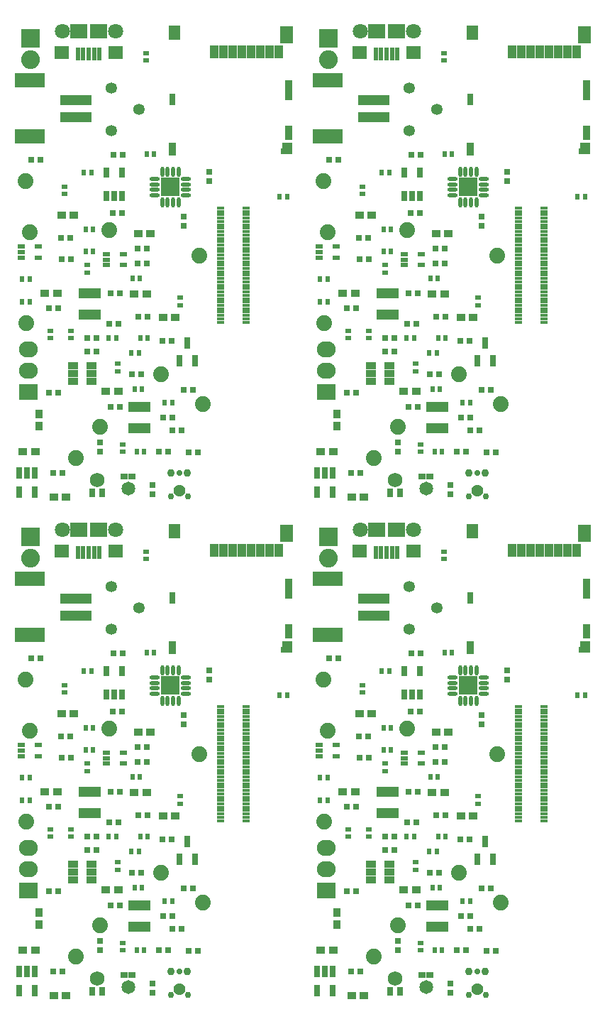
<source format=gbr>
G04 #@! TF.FileFunction,Soldermask,Top*
%FSLAX46Y46*%
G04 Gerber Fmt 4.6, Leading zero omitted, Abs format (unit mm)*
G04 Created by KiCad (PCBNEW 0.201602161416+6560~42~ubuntu15.10.1-product) date Wed 17 Feb 2016 03:47:36 PM EST*
%MOMM*%
G01*
G04 APERTURE LIST*
%ADD10C,0.100000*%
%ADD11O,1.203200X0.503200*%
%ADD12O,0.503200X1.203200*%
%ADD13R,2.303200X2.303200*%
%ADD14R,0.863600X0.609600*%
%ADD15C,1.883200*%
%ADD16R,0.803200X1.003200*%
%ADD17C,1.753200*%
%ADD18R,0.903200X0.403200*%
%ADD19R,0.853200X0.748200*%
%ADD20C,1.653200*%
%ADD21C,0.926200*%
%ADD22C,0.765200*%
%ADD23C,0.715200*%
%ADD24C,1.427200*%
%ADD25R,1.263200X0.853200*%
%ADD26R,0.953200X1.003200*%
%ADD27R,0.683200X1.193200*%
%ADD28R,0.603200X0.803200*%
%ADD29R,0.803200X0.603200*%
%ADD30R,1.003200X0.953200*%
%ADD31R,0.803200X0.703200*%
%ADD32R,2.103200X1.803200*%
%ADD33R,1.803200X1.603200*%
%ADD34R,0.603200X1.553200*%
%ADD35C,1.803200*%
%ADD36R,0.703200X0.803200*%
%ADD37R,2.235200X2.235200*%
%ADD38O,2.235200X2.235200*%
%ADD39R,1.003200X1.603200*%
%ADD40R,1.553200X2.003200*%
%ADD41R,1.363200X1.703200*%
%ADD42R,0.853200X2.343200*%
%ADD43R,0.803200X1.353200*%
%ADD44R,0.853200X1.803200*%
%ADD45R,0.853200X1.503200*%
%ADD46R,1.303200X0.653200*%
%ADD47R,1.353200X0.653200*%
%ADD48R,3.599180X1.701800*%
%ADD49R,3.700780X1.198880*%
%ADD50C,1.353200*%
%ADD51R,0.703200X1.403200*%
%ADD52R,0.803200X1.453200*%
%ADD53R,0.803200X1.303200*%
%ADD54R,2.235200X1.930400*%
%ADD55O,2.235200X1.930400*%
G04 APERTURE END LIST*
D10*
D11*
X69510400Y-92918800D03*
X69510400Y-92268800D03*
X69510400Y-91618800D03*
X69510400Y-90968800D03*
D12*
X68635400Y-90093800D03*
D11*
X65810400Y-92918800D03*
D12*
X68635400Y-93793800D03*
X67985400Y-90093800D03*
X67335400Y-90093800D03*
X66685400Y-90093800D03*
D11*
X65810400Y-92268800D03*
X65810400Y-91618800D03*
X65810400Y-90968800D03*
D12*
X67985400Y-93793800D03*
X67335400Y-93793800D03*
X66685400Y-93793800D03*
D13*
X67660400Y-91943800D03*
D14*
X60020200Y-99923600D03*
X60020200Y-101244400D03*
X60020200Y-100584000D03*
X62052200Y-101244400D03*
X62052200Y-99923600D03*
X49860200Y-99034600D03*
X49860200Y-100355400D03*
X49860200Y-99695000D03*
X51892200Y-100355400D03*
X51892200Y-99034600D03*
D15*
X50368200Y-91186000D03*
D16*
X58293000Y-128393000D03*
X59513000Y-128393000D03*
D17*
X58903000Y-126873000D03*
D18*
X76708000Y-108044000D03*
X73628000Y-108044000D03*
X76708000Y-107644000D03*
X73628000Y-107644000D03*
X76708000Y-107244000D03*
X73628000Y-107244000D03*
X76708000Y-106844000D03*
X73628000Y-106844000D03*
X76708000Y-106444000D03*
X73628000Y-106444000D03*
X76708000Y-106044000D03*
X73628000Y-106044000D03*
X76708000Y-105644000D03*
X73628000Y-105644000D03*
X76708000Y-105244000D03*
X73628000Y-105244000D03*
X76708000Y-104844000D03*
X73628000Y-104844000D03*
X76708000Y-104444000D03*
X73628000Y-104444000D03*
X76708000Y-104044000D03*
X73628000Y-104044000D03*
X76708000Y-103644000D03*
X73628000Y-103644000D03*
X76708000Y-103244000D03*
X73628000Y-103244000D03*
X76708000Y-102844000D03*
X73628000Y-102844000D03*
X76708000Y-102444000D03*
X73628000Y-102444000D03*
X76708000Y-102044000D03*
X73628000Y-102044000D03*
X76708000Y-101644000D03*
X73628000Y-101644000D03*
X76708000Y-101244000D03*
X73628000Y-101244000D03*
X76708000Y-100844000D03*
X73628000Y-100844000D03*
X76708000Y-100444000D03*
X73628000Y-100444000D03*
X76708000Y-100044000D03*
X73628000Y-100044000D03*
X76708000Y-99644000D03*
X73628000Y-99644000D03*
X76708000Y-99244000D03*
X73628000Y-99244000D03*
X76708000Y-98844000D03*
X73628000Y-98844000D03*
X76708000Y-98444000D03*
X73628000Y-98444000D03*
X76708000Y-98044000D03*
X73628000Y-98044000D03*
X76708000Y-97644000D03*
X73628000Y-97644000D03*
X76708000Y-97244000D03*
X73628000Y-97244000D03*
X76708000Y-96844000D03*
X73628000Y-96844000D03*
X76708000Y-96444000D03*
X73628000Y-96444000D03*
X76708000Y-96044000D03*
X73628000Y-96044000D03*
X76708000Y-95644000D03*
X73628000Y-95644000D03*
X76708000Y-95244000D03*
X73628000Y-95244000D03*
X76708000Y-94844000D03*
X73628000Y-94844000D03*
X76708000Y-94444000D03*
X73628000Y-94444000D03*
D19*
X62136000Y-126411500D03*
X63086000Y-126411500D03*
D20*
X62611000Y-127889000D03*
D21*
X67741000Y-126040000D03*
D22*
X67692000Y-128777000D03*
X69722000Y-128777000D03*
D21*
X69673000Y-126040000D03*
D23*
X68707000Y-126040000D03*
D24*
X68707000Y-128143000D03*
D25*
X58224600Y-115123000D03*
X58224600Y-114173000D03*
X58224600Y-113223000D03*
X56024600Y-113223000D03*
X56024600Y-115123000D03*
X56024600Y-114173000D03*
D26*
X51943000Y-118960200D03*
X51943000Y-120460200D03*
D15*
X60375800Y-97104200D03*
X50419000Y-108178600D03*
D27*
X57084200Y-107161800D03*
X57734200Y-107161800D03*
X58384200Y-107161800D03*
X59034200Y-107161800D03*
X59034200Y-104571800D03*
X58384200Y-104571800D03*
X57734200Y-104571800D03*
X57084200Y-104571800D03*
D28*
X57538200Y-99593400D03*
X58438200Y-99593400D03*
X50869000Y-102946200D03*
X49969000Y-102946200D03*
X58438200Y-97002600D03*
X57538200Y-97002600D03*
X49969000Y-105638600D03*
X50869000Y-105638600D03*
D29*
X57734200Y-101219000D03*
X57734200Y-102119000D03*
X53314600Y-109049400D03*
X53314600Y-109949400D03*
D30*
X63791400Y-97459800D03*
X65291400Y-97459800D03*
D31*
X63737400Y-99288600D03*
X64837400Y-99288600D03*
X63737400Y-101066600D03*
X64837400Y-101066600D03*
D30*
X63334200Y-104724200D03*
X64834200Y-104724200D03*
D31*
X64888200Y-107365800D03*
X63788200Y-107365800D03*
X60486200Y-104571800D03*
X61586200Y-104571800D03*
X54271000Y-106400600D03*
X53171000Y-106400600D03*
D30*
X54166200Y-104622600D03*
X52666200Y-104622600D03*
D32*
X59112000Y-73398000D03*
X56712000Y-73398000D03*
D33*
X61112000Y-75898000D03*
X54712000Y-75898000D03*
D34*
X59212000Y-76073000D03*
X58562000Y-76073000D03*
X57912000Y-76073000D03*
X57262000Y-76073000D03*
X56612000Y-76073000D03*
D35*
X61087000Y-73398000D03*
X54737000Y-73398000D03*
D36*
X69215000Y-95462000D03*
X69215000Y-96562000D03*
X72263000Y-91228000D03*
X72263000Y-90128000D03*
D28*
X63873800Y-111734600D03*
X62973800Y-111734600D03*
D37*
X50977800Y-74193400D03*
D38*
X50977800Y-76733400D03*
D28*
X80703000Y-93091000D03*
X81603000Y-93091000D03*
D29*
X64770000Y-76846000D03*
X64770000Y-75946000D03*
D28*
X64828000Y-88011000D03*
X65728000Y-88011000D03*
D39*
X80600000Y-75819000D03*
X79500000Y-75819000D03*
X78400000Y-75819000D03*
X77300000Y-75819000D03*
X76200000Y-75819000D03*
X75100000Y-75819000D03*
X74000000Y-75819000D03*
X72900000Y-75819000D03*
D40*
X81490000Y-73769000D03*
D41*
X68170000Y-73519000D03*
D42*
X81815000Y-80399000D03*
D43*
X67890000Y-81494000D03*
D44*
X81815000Y-85479000D03*
D45*
X67915000Y-87419000D03*
D46*
X81590000Y-86984000D03*
D47*
X81565000Y-87644000D03*
D48*
X50838100Y-79220060D03*
D49*
X56388000Y-81569560D03*
X56388000Y-83566000D03*
D48*
X50838100Y-85915500D03*
D50*
X63880000Y-82677000D03*
X60580000Y-85177000D03*
X60580000Y-80177000D03*
D29*
X68834000Y-105112400D03*
X68834000Y-106012400D03*
D51*
X51496000Y-125984000D03*
X50546000Y-125984000D03*
X49596000Y-125984000D03*
X49596000Y-128334000D03*
X51496000Y-128334000D03*
D15*
X71551800Y-117779800D03*
X56362600Y-124282200D03*
X59258200Y-120523000D03*
X66573400Y-114223800D03*
X50876200Y-97307400D03*
X71094600Y-100101400D03*
D52*
X68712000Y-112649000D03*
X70612000Y-112649000D03*
X69662000Y-110499000D03*
D27*
X62987400Y-120725400D03*
X63637400Y-120725400D03*
X64287400Y-120725400D03*
X64937400Y-120725400D03*
X64937400Y-118135400D03*
X64287400Y-118135400D03*
X63637400Y-118135400D03*
X62987400Y-118135400D03*
D53*
X59984600Y-93040200D03*
X60934600Y-93040200D03*
X61884600Y-93040200D03*
X61884600Y-90240200D03*
X59984600Y-90240200D03*
D28*
X64940600Y-109956600D03*
X64040600Y-109956600D03*
X64019000Y-102793800D03*
X63119000Y-102793800D03*
X66987000Y-117627400D03*
X67887000Y-117627400D03*
X63380200Y-116052600D03*
X64280200Y-116052600D03*
X64534200Y-123469400D03*
X63634200Y-123469400D03*
D29*
X55803800Y-109949400D03*
X55803800Y-109049400D03*
X61950600Y-123513000D03*
X61950600Y-122613000D03*
D28*
X60288600Y-109956600D03*
X61188600Y-109956600D03*
D29*
X61341000Y-113911800D03*
X61341000Y-113011800D03*
D28*
X58235000Y-90170000D03*
X57335000Y-90170000D03*
D29*
X55041800Y-92779000D03*
X55041800Y-91879000D03*
D31*
X51012000Y-88646000D03*
X52112000Y-88646000D03*
D30*
X53733000Y-128905000D03*
X55233000Y-128905000D03*
D31*
X67783800Y-110261400D03*
X66683800Y-110261400D03*
D30*
X51550000Y-123444000D03*
X50050000Y-123444000D03*
D31*
X54779000Y-125984000D03*
X53679000Y-125984000D03*
D30*
X68249800Y-107518200D03*
X66749800Y-107518200D03*
D36*
X65532000Y-127466000D03*
X65532000Y-128566000D03*
D31*
X60333800Y-108280200D03*
X61433800Y-108280200D03*
X66785400Y-119456200D03*
X67885400Y-119456200D03*
X57692200Y-109956600D03*
X58792200Y-109956600D03*
D36*
X59258200Y-122411400D03*
X59258200Y-123511400D03*
D31*
X57701000Y-111531400D03*
X58801000Y-111531400D03*
X64177000Y-114274600D03*
X63077000Y-114274600D03*
X69274600Y-116103400D03*
X70374600Y-116103400D03*
X61586200Y-118135400D03*
X60486200Y-118135400D03*
D30*
X54647400Y-95275400D03*
X56147400Y-95275400D03*
X61469400Y-116306600D03*
X59969400Y-116306600D03*
D31*
X54220200Y-116459000D03*
X53120200Y-116459000D03*
X54644200Y-100507800D03*
X55744200Y-100507800D03*
X66277400Y-123469400D03*
X67377400Y-123469400D03*
X61891000Y-94996000D03*
X60791000Y-94996000D03*
X62001400Y-88112600D03*
X60901400Y-88112600D03*
X70908000Y-123571000D03*
X69808000Y-123571000D03*
X67903000Y-120980200D03*
X69003000Y-120980200D03*
D54*
X50673000Y-116357400D03*
D55*
X50673000Y-113817400D03*
X50673000Y-111277400D03*
D31*
X54593400Y-98018600D03*
X55693400Y-98018600D03*
D11*
X69510400Y-33482800D03*
X69510400Y-32832800D03*
X69510400Y-32182800D03*
X69510400Y-31532800D03*
D12*
X68635400Y-30657800D03*
D11*
X65810400Y-33482800D03*
D12*
X68635400Y-34357800D03*
X67985400Y-30657800D03*
X67335400Y-30657800D03*
X66685400Y-30657800D03*
D11*
X65810400Y-32832800D03*
X65810400Y-32182800D03*
X65810400Y-31532800D03*
D12*
X67985400Y-34357800D03*
X67335400Y-34357800D03*
X66685400Y-34357800D03*
D13*
X67660400Y-32507800D03*
D14*
X60020200Y-40487600D03*
X60020200Y-41808400D03*
X60020200Y-41148000D03*
X62052200Y-41808400D03*
X62052200Y-40487600D03*
X49860200Y-39598600D03*
X49860200Y-40919400D03*
X49860200Y-40259000D03*
X51892200Y-40919400D03*
X51892200Y-39598600D03*
D15*
X50368200Y-31750000D03*
D16*
X58293000Y-68957000D03*
X59513000Y-68957000D03*
D17*
X58903000Y-67437000D03*
D18*
X76708000Y-48608000D03*
X73628000Y-48608000D03*
X76708000Y-48208000D03*
X73628000Y-48208000D03*
X76708000Y-47808000D03*
X73628000Y-47808000D03*
X76708000Y-47408000D03*
X73628000Y-47408000D03*
X76708000Y-47008000D03*
X73628000Y-47008000D03*
X76708000Y-46608000D03*
X73628000Y-46608000D03*
X76708000Y-46208000D03*
X73628000Y-46208000D03*
X76708000Y-45808000D03*
X73628000Y-45808000D03*
X76708000Y-45408000D03*
X73628000Y-45408000D03*
X76708000Y-45008000D03*
X73628000Y-45008000D03*
X76708000Y-44608000D03*
X73628000Y-44608000D03*
X76708000Y-44208000D03*
X73628000Y-44208000D03*
X76708000Y-43808000D03*
X73628000Y-43808000D03*
X76708000Y-43408000D03*
X73628000Y-43408000D03*
X76708000Y-43008000D03*
X73628000Y-43008000D03*
X76708000Y-42608000D03*
X73628000Y-42608000D03*
X76708000Y-42208000D03*
X73628000Y-42208000D03*
X76708000Y-41808000D03*
X73628000Y-41808000D03*
X76708000Y-41408000D03*
X73628000Y-41408000D03*
X76708000Y-41008000D03*
X73628000Y-41008000D03*
X76708000Y-40608000D03*
X73628000Y-40608000D03*
X76708000Y-40208000D03*
X73628000Y-40208000D03*
X76708000Y-39808000D03*
X73628000Y-39808000D03*
X76708000Y-39408000D03*
X73628000Y-39408000D03*
X76708000Y-39008000D03*
X73628000Y-39008000D03*
X76708000Y-38608000D03*
X73628000Y-38608000D03*
X76708000Y-38208000D03*
X73628000Y-38208000D03*
X76708000Y-37808000D03*
X73628000Y-37808000D03*
X76708000Y-37408000D03*
X73628000Y-37408000D03*
X76708000Y-37008000D03*
X73628000Y-37008000D03*
X76708000Y-36608000D03*
X73628000Y-36608000D03*
X76708000Y-36208000D03*
X73628000Y-36208000D03*
X76708000Y-35808000D03*
X73628000Y-35808000D03*
X76708000Y-35408000D03*
X73628000Y-35408000D03*
X76708000Y-35008000D03*
X73628000Y-35008000D03*
D19*
X62136000Y-66975500D03*
X63086000Y-66975500D03*
D20*
X62611000Y-68453000D03*
D21*
X67741000Y-66604000D03*
D22*
X67692000Y-69341000D03*
X69722000Y-69341000D03*
D21*
X69673000Y-66604000D03*
D23*
X68707000Y-66604000D03*
D24*
X68707000Y-68707000D03*
D25*
X58224600Y-55687000D03*
X58224600Y-54737000D03*
X58224600Y-53787000D03*
X56024600Y-53787000D03*
X56024600Y-55687000D03*
X56024600Y-54737000D03*
D26*
X51943000Y-59524200D03*
X51943000Y-61024200D03*
D15*
X60375800Y-37668200D03*
X50419000Y-48742600D03*
D27*
X57084200Y-47725800D03*
X57734200Y-47725800D03*
X58384200Y-47725800D03*
X59034200Y-47725800D03*
X59034200Y-45135800D03*
X58384200Y-45135800D03*
X57734200Y-45135800D03*
X57084200Y-45135800D03*
D28*
X57538200Y-40157400D03*
X58438200Y-40157400D03*
X50869000Y-43510200D03*
X49969000Y-43510200D03*
X58438200Y-37566600D03*
X57538200Y-37566600D03*
X49969000Y-46202600D03*
X50869000Y-46202600D03*
D29*
X57734200Y-41783000D03*
X57734200Y-42683000D03*
X53314600Y-49613400D03*
X53314600Y-50513400D03*
D30*
X63791400Y-38023800D03*
X65291400Y-38023800D03*
D31*
X63737400Y-39852600D03*
X64837400Y-39852600D03*
X63737400Y-41630600D03*
X64837400Y-41630600D03*
D30*
X63334200Y-45288200D03*
X64834200Y-45288200D03*
D31*
X64888200Y-47929800D03*
X63788200Y-47929800D03*
X60486200Y-45135800D03*
X61586200Y-45135800D03*
X54271000Y-46964600D03*
X53171000Y-46964600D03*
D30*
X54166200Y-45186600D03*
X52666200Y-45186600D03*
D32*
X59112000Y-13962000D03*
X56712000Y-13962000D03*
D33*
X61112000Y-16462000D03*
X54712000Y-16462000D03*
D34*
X59212000Y-16637000D03*
X58562000Y-16637000D03*
X57912000Y-16637000D03*
X57262000Y-16637000D03*
X56612000Y-16637000D03*
D35*
X61087000Y-13962000D03*
X54737000Y-13962000D03*
D36*
X69215000Y-36026000D03*
X69215000Y-37126000D03*
X72263000Y-31792000D03*
X72263000Y-30692000D03*
D28*
X63873800Y-52298600D03*
X62973800Y-52298600D03*
D37*
X50977800Y-14757400D03*
D38*
X50977800Y-17297400D03*
D28*
X80703000Y-33655000D03*
X81603000Y-33655000D03*
D29*
X64770000Y-17410000D03*
X64770000Y-16510000D03*
D28*
X64828000Y-28575000D03*
X65728000Y-28575000D03*
D39*
X80600000Y-16383000D03*
X79500000Y-16383000D03*
X78400000Y-16383000D03*
X77300000Y-16383000D03*
X76200000Y-16383000D03*
X75100000Y-16383000D03*
X74000000Y-16383000D03*
X72900000Y-16383000D03*
D40*
X81490000Y-14333000D03*
D41*
X68170000Y-14083000D03*
D42*
X81815000Y-20963000D03*
D43*
X67890000Y-22058000D03*
D44*
X81815000Y-26043000D03*
D45*
X67915000Y-27983000D03*
D46*
X81590000Y-27548000D03*
D47*
X81565000Y-28208000D03*
D48*
X50838100Y-19784060D03*
D49*
X56388000Y-22133560D03*
X56388000Y-24130000D03*
D48*
X50838100Y-26479500D03*
D50*
X63880000Y-23241000D03*
X60580000Y-25741000D03*
X60580000Y-20741000D03*
D29*
X68834000Y-45676400D03*
X68834000Y-46576400D03*
D51*
X51496000Y-66548000D03*
X50546000Y-66548000D03*
X49596000Y-66548000D03*
X49596000Y-68898000D03*
X51496000Y-68898000D03*
D15*
X71551800Y-58343800D03*
X56362600Y-64846200D03*
X59258200Y-61087000D03*
X66573400Y-54787800D03*
X50876200Y-37871400D03*
X71094600Y-40665400D03*
D52*
X68712000Y-53213000D03*
X70612000Y-53213000D03*
X69662000Y-51063000D03*
D27*
X62987400Y-61289400D03*
X63637400Y-61289400D03*
X64287400Y-61289400D03*
X64937400Y-61289400D03*
X64937400Y-58699400D03*
X64287400Y-58699400D03*
X63637400Y-58699400D03*
X62987400Y-58699400D03*
D53*
X59984600Y-33604200D03*
X60934600Y-33604200D03*
X61884600Y-33604200D03*
X61884600Y-30804200D03*
X59984600Y-30804200D03*
D28*
X64940600Y-50520600D03*
X64040600Y-50520600D03*
X64019000Y-43357800D03*
X63119000Y-43357800D03*
X66987000Y-58191400D03*
X67887000Y-58191400D03*
X63380200Y-56616600D03*
X64280200Y-56616600D03*
X64534200Y-64033400D03*
X63634200Y-64033400D03*
D29*
X55803800Y-50513400D03*
X55803800Y-49613400D03*
X61950600Y-64077000D03*
X61950600Y-63177000D03*
D28*
X60288600Y-50520600D03*
X61188600Y-50520600D03*
D29*
X61341000Y-54475800D03*
X61341000Y-53575800D03*
D28*
X58235000Y-30734000D03*
X57335000Y-30734000D03*
D29*
X55041800Y-33343000D03*
X55041800Y-32443000D03*
D31*
X51012000Y-29210000D03*
X52112000Y-29210000D03*
D30*
X53733000Y-69469000D03*
X55233000Y-69469000D03*
D31*
X67783800Y-50825400D03*
X66683800Y-50825400D03*
D30*
X51550000Y-64008000D03*
X50050000Y-64008000D03*
D31*
X54779000Y-66548000D03*
X53679000Y-66548000D03*
D30*
X68249800Y-48082200D03*
X66749800Y-48082200D03*
D36*
X65532000Y-68030000D03*
X65532000Y-69130000D03*
D31*
X60333800Y-48844200D03*
X61433800Y-48844200D03*
X66785400Y-60020200D03*
X67885400Y-60020200D03*
X57692200Y-50520600D03*
X58792200Y-50520600D03*
D36*
X59258200Y-62975400D03*
X59258200Y-64075400D03*
D31*
X57701000Y-52095400D03*
X58801000Y-52095400D03*
X64177000Y-54838600D03*
X63077000Y-54838600D03*
X69274600Y-56667400D03*
X70374600Y-56667400D03*
X61586200Y-58699400D03*
X60486200Y-58699400D03*
D30*
X54647400Y-35839400D03*
X56147400Y-35839400D03*
X61469400Y-56870600D03*
X59969400Y-56870600D03*
D31*
X54220200Y-57023000D03*
X53120200Y-57023000D03*
X54644200Y-41071800D03*
X55744200Y-41071800D03*
X66277400Y-64033400D03*
X67377400Y-64033400D03*
X61891000Y-35560000D03*
X60791000Y-35560000D03*
X62001400Y-28676600D03*
X60901400Y-28676600D03*
X70908000Y-64135000D03*
X69808000Y-64135000D03*
X67903000Y-61544200D03*
X69003000Y-61544200D03*
D54*
X50673000Y-56921400D03*
D55*
X50673000Y-54381400D03*
X50673000Y-51841400D03*
D31*
X54593400Y-38582600D03*
X55693400Y-38582600D03*
D11*
X33950400Y-92918800D03*
X33950400Y-92268800D03*
X33950400Y-91618800D03*
X33950400Y-90968800D03*
D12*
X33075400Y-90093800D03*
D11*
X30250400Y-92918800D03*
D12*
X33075400Y-93793800D03*
X32425400Y-90093800D03*
X31775400Y-90093800D03*
X31125400Y-90093800D03*
D11*
X30250400Y-92268800D03*
X30250400Y-91618800D03*
X30250400Y-90968800D03*
D12*
X32425400Y-93793800D03*
X31775400Y-93793800D03*
X31125400Y-93793800D03*
D13*
X32100400Y-91943800D03*
D14*
X24460200Y-99923600D03*
X24460200Y-101244400D03*
X24460200Y-100584000D03*
X26492200Y-101244400D03*
X26492200Y-99923600D03*
X14300200Y-99034600D03*
X14300200Y-100355400D03*
X14300200Y-99695000D03*
X16332200Y-100355400D03*
X16332200Y-99034600D03*
D15*
X14808200Y-91186000D03*
D16*
X22733000Y-128393000D03*
X23953000Y-128393000D03*
D17*
X23343000Y-126873000D03*
D18*
X41148000Y-108044000D03*
X38068000Y-108044000D03*
X41148000Y-107644000D03*
X38068000Y-107644000D03*
X41148000Y-107244000D03*
X38068000Y-107244000D03*
X41148000Y-106844000D03*
X38068000Y-106844000D03*
X41148000Y-106444000D03*
X38068000Y-106444000D03*
X41148000Y-106044000D03*
X38068000Y-106044000D03*
X41148000Y-105644000D03*
X38068000Y-105644000D03*
X41148000Y-105244000D03*
X38068000Y-105244000D03*
X41148000Y-104844000D03*
X38068000Y-104844000D03*
X41148000Y-104444000D03*
X38068000Y-104444000D03*
X41148000Y-104044000D03*
X38068000Y-104044000D03*
X41148000Y-103644000D03*
X38068000Y-103644000D03*
X41148000Y-103244000D03*
X38068000Y-103244000D03*
X41148000Y-102844000D03*
X38068000Y-102844000D03*
X41148000Y-102444000D03*
X38068000Y-102444000D03*
X41148000Y-102044000D03*
X38068000Y-102044000D03*
X41148000Y-101644000D03*
X38068000Y-101644000D03*
X41148000Y-101244000D03*
X38068000Y-101244000D03*
X41148000Y-100844000D03*
X38068000Y-100844000D03*
X41148000Y-100444000D03*
X38068000Y-100444000D03*
X41148000Y-100044000D03*
X38068000Y-100044000D03*
X41148000Y-99644000D03*
X38068000Y-99644000D03*
X41148000Y-99244000D03*
X38068000Y-99244000D03*
X41148000Y-98844000D03*
X38068000Y-98844000D03*
X41148000Y-98444000D03*
X38068000Y-98444000D03*
X41148000Y-98044000D03*
X38068000Y-98044000D03*
X41148000Y-97644000D03*
X38068000Y-97644000D03*
X41148000Y-97244000D03*
X38068000Y-97244000D03*
X41148000Y-96844000D03*
X38068000Y-96844000D03*
X41148000Y-96444000D03*
X38068000Y-96444000D03*
X41148000Y-96044000D03*
X38068000Y-96044000D03*
X41148000Y-95644000D03*
X38068000Y-95644000D03*
X41148000Y-95244000D03*
X38068000Y-95244000D03*
X41148000Y-94844000D03*
X38068000Y-94844000D03*
X41148000Y-94444000D03*
X38068000Y-94444000D03*
D19*
X26576000Y-126411500D03*
X27526000Y-126411500D03*
D20*
X27051000Y-127889000D03*
D21*
X32181000Y-126040000D03*
D22*
X32132000Y-128777000D03*
X34162000Y-128777000D03*
D21*
X34113000Y-126040000D03*
D23*
X33147000Y-126040000D03*
D24*
X33147000Y-128143000D03*
D25*
X22664600Y-115123000D03*
X22664600Y-114173000D03*
X22664600Y-113223000D03*
X20464600Y-113223000D03*
X20464600Y-115123000D03*
X20464600Y-114173000D03*
D26*
X16383000Y-118960200D03*
X16383000Y-120460200D03*
D15*
X24815800Y-97104200D03*
X14859000Y-108178600D03*
D27*
X21524200Y-107161800D03*
X22174200Y-107161800D03*
X22824200Y-107161800D03*
X23474200Y-107161800D03*
X23474200Y-104571800D03*
X22824200Y-104571800D03*
X22174200Y-104571800D03*
X21524200Y-104571800D03*
D28*
X21978200Y-99593400D03*
X22878200Y-99593400D03*
X15309000Y-102946200D03*
X14409000Y-102946200D03*
X22878200Y-97002600D03*
X21978200Y-97002600D03*
X14409000Y-105638600D03*
X15309000Y-105638600D03*
D29*
X22174200Y-101219000D03*
X22174200Y-102119000D03*
X17754600Y-109049400D03*
X17754600Y-109949400D03*
D30*
X28231400Y-97459800D03*
X29731400Y-97459800D03*
D31*
X28177400Y-99288600D03*
X29277400Y-99288600D03*
X28177400Y-101066600D03*
X29277400Y-101066600D03*
D30*
X27774200Y-104724200D03*
X29274200Y-104724200D03*
D31*
X29328200Y-107365800D03*
X28228200Y-107365800D03*
X24926200Y-104571800D03*
X26026200Y-104571800D03*
X18711000Y-106400600D03*
X17611000Y-106400600D03*
D30*
X18606200Y-104622600D03*
X17106200Y-104622600D03*
D32*
X23552000Y-73398000D03*
X21152000Y-73398000D03*
D33*
X25552000Y-75898000D03*
X19152000Y-75898000D03*
D34*
X23652000Y-76073000D03*
X23002000Y-76073000D03*
X22352000Y-76073000D03*
X21702000Y-76073000D03*
X21052000Y-76073000D03*
D35*
X25527000Y-73398000D03*
X19177000Y-73398000D03*
D36*
X33655000Y-95462000D03*
X33655000Y-96562000D03*
X36703000Y-91228000D03*
X36703000Y-90128000D03*
D28*
X28313800Y-111734600D03*
X27413800Y-111734600D03*
D37*
X15417800Y-74193400D03*
D38*
X15417800Y-76733400D03*
D28*
X45143000Y-93091000D03*
X46043000Y-93091000D03*
D29*
X29210000Y-76846000D03*
X29210000Y-75946000D03*
D28*
X29268000Y-88011000D03*
X30168000Y-88011000D03*
D39*
X45040000Y-75819000D03*
X43940000Y-75819000D03*
X42840000Y-75819000D03*
X41740000Y-75819000D03*
X40640000Y-75819000D03*
X39540000Y-75819000D03*
X38440000Y-75819000D03*
X37340000Y-75819000D03*
D40*
X45930000Y-73769000D03*
D41*
X32610000Y-73519000D03*
D42*
X46255000Y-80399000D03*
D43*
X32330000Y-81494000D03*
D44*
X46255000Y-85479000D03*
D45*
X32355000Y-87419000D03*
D46*
X46030000Y-86984000D03*
D47*
X46005000Y-87644000D03*
D48*
X15278100Y-79220060D03*
D49*
X20828000Y-81569560D03*
X20828000Y-83566000D03*
D48*
X15278100Y-85915500D03*
D50*
X28320000Y-82677000D03*
X25020000Y-85177000D03*
X25020000Y-80177000D03*
D29*
X33274000Y-105112400D03*
X33274000Y-106012400D03*
D51*
X15936000Y-125984000D03*
X14986000Y-125984000D03*
X14036000Y-125984000D03*
X14036000Y-128334000D03*
X15936000Y-128334000D03*
D15*
X35991800Y-117779800D03*
X20802600Y-124282200D03*
X23698200Y-120523000D03*
X31013400Y-114223800D03*
X15316200Y-97307400D03*
X35534600Y-100101400D03*
D52*
X33152000Y-112649000D03*
X35052000Y-112649000D03*
X34102000Y-110499000D03*
D27*
X27427400Y-120725400D03*
X28077400Y-120725400D03*
X28727400Y-120725400D03*
X29377400Y-120725400D03*
X29377400Y-118135400D03*
X28727400Y-118135400D03*
X28077400Y-118135400D03*
X27427400Y-118135400D03*
D53*
X24424600Y-93040200D03*
X25374600Y-93040200D03*
X26324600Y-93040200D03*
X26324600Y-90240200D03*
X24424600Y-90240200D03*
D28*
X29380600Y-109956600D03*
X28480600Y-109956600D03*
X28459000Y-102793800D03*
X27559000Y-102793800D03*
X31427000Y-117627400D03*
X32327000Y-117627400D03*
X27820200Y-116052600D03*
X28720200Y-116052600D03*
X28974200Y-123469400D03*
X28074200Y-123469400D03*
D29*
X20243800Y-109949400D03*
X20243800Y-109049400D03*
X26390600Y-123513000D03*
X26390600Y-122613000D03*
D28*
X24728600Y-109956600D03*
X25628600Y-109956600D03*
D29*
X25781000Y-113911800D03*
X25781000Y-113011800D03*
D28*
X22675000Y-90170000D03*
X21775000Y-90170000D03*
D29*
X19481800Y-92779000D03*
X19481800Y-91879000D03*
D31*
X15452000Y-88646000D03*
X16552000Y-88646000D03*
D30*
X18173000Y-128905000D03*
X19673000Y-128905000D03*
D31*
X32223800Y-110261400D03*
X31123800Y-110261400D03*
D30*
X15990000Y-123444000D03*
X14490000Y-123444000D03*
D31*
X19219000Y-125984000D03*
X18119000Y-125984000D03*
D30*
X32689800Y-107518200D03*
X31189800Y-107518200D03*
D36*
X29972000Y-127466000D03*
X29972000Y-128566000D03*
D31*
X24773800Y-108280200D03*
X25873800Y-108280200D03*
X31225400Y-119456200D03*
X32325400Y-119456200D03*
X22132200Y-109956600D03*
X23232200Y-109956600D03*
D36*
X23698200Y-122411400D03*
X23698200Y-123511400D03*
D31*
X22141000Y-111531400D03*
X23241000Y-111531400D03*
X28617000Y-114274600D03*
X27517000Y-114274600D03*
X33714600Y-116103400D03*
X34814600Y-116103400D03*
X26026200Y-118135400D03*
X24926200Y-118135400D03*
D30*
X19087400Y-95275400D03*
X20587400Y-95275400D03*
X25909400Y-116306600D03*
X24409400Y-116306600D03*
D31*
X18660200Y-116459000D03*
X17560200Y-116459000D03*
X19084200Y-100507800D03*
X20184200Y-100507800D03*
X30717400Y-123469400D03*
X31817400Y-123469400D03*
X26331000Y-94996000D03*
X25231000Y-94996000D03*
X26441400Y-88112600D03*
X25341400Y-88112600D03*
X35348000Y-123571000D03*
X34248000Y-123571000D03*
X32343000Y-120980200D03*
X33443000Y-120980200D03*
D54*
X15113000Y-116357400D03*
D55*
X15113000Y-113817400D03*
X15113000Y-111277400D03*
D31*
X19033400Y-98018600D03*
X20133400Y-98018600D03*
X19033400Y-38582600D03*
X20133400Y-38582600D03*
D54*
X15113000Y-56921400D03*
D55*
X15113000Y-54381400D03*
X15113000Y-51841400D03*
D31*
X32343000Y-61544200D03*
X33443000Y-61544200D03*
X35348000Y-64135000D03*
X34248000Y-64135000D03*
X26441400Y-28676600D03*
X25341400Y-28676600D03*
X26331000Y-35560000D03*
X25231000Y-35560000D03*
X30717400Y-64033400D03*
X31817400Y-64033400D03*
X19084200Y-41071800D03*
X20184200Y-41071800D03*
X18660200Y-57023000D03*
X17560200Y-57023000D03*
D30*
X25909400Y-56870600D03*
X24409400Y-56870600D03*
X19087400Y-35839400D03*
X20587400Y-35839400D03*
D31*
X26026200Y-58699400D03*
X24926200Y-58699400D03*
X33714600Y-56667400D03*
X34814600Y-56667400D03*
X28617000Y-54838600D03*
X27517000Y-54838600D03*
X22141000Y-52095400D03*
X23241000Y-52095400D03*
D36*
X23698200Y-62975400D03*
X23698200Y-64075400D03*
D31*
X22132200Y-50520600D03*
X23232200Y-50520600D03*
X31225400Y-60020200D03*
X32325400Y-60020200D03*
X24773800Y-48844200D03*
X25873800Y-48844200D03*
D36*
X29972000Y-68030000D03*
X29972000Y-69130000D03*
D30*
X32689800Y-48082200D03*
X31189800Y-48082200D03*
D31*
X19219000Y-66548000D03*
X18119000Y-66548000D03*
D30*
X15990000Y-64008000D03*
X14490000Y-64008000D03*
D31*
X32223800Y-50825400D03*
X31123800Y-50825400D03*
D30*
X18173000Y-69469000D03*
X19673000Y-69469000D03*
D31*
X15452000Y-29210000D03*
X16552000Y-29210000D03*
D29*
X19481800Y-33343000D03*
X19481800Y-32443000D03*
D28*
X22675000Y-30734000D03*
X21775000Y-30734000D03*
D29*
X25781000Y-54475800D03*
X25781000Y-53575800D03*
D28*
X24728600Y-50520600D03*
X25628600Y-50520600D03*
D29*
X26390600Y-64077000D03*
X26390600Y-63177000D03*
X20243800Y-50513400D03*
X20243800Y-49613400D03*
D28*
X28974200Y-64033400D03*
X28074200Y-64033400D03*
X27820200Y-56616600D03*
X28720200Y-56616600D03*
X31427000Y-58191400D03*
X32327000Y-58191400D03*
X28459000Y-43357800D03*
X27559000Y-43357800D03*
X29380600Y-50520600D03*
X28480600Y-50520600D03*
D53*
X24424600Y-33604200D03*
X25374600Y-33604200D03*
X26324600Y-33604200D03*
X26324600Y-30804200D03*
X24424600Y-30804200D03*
D27*
X27427400Y-61289400D03*
X28077400Y-61289400D03*
X28727400Y-61289400D03*
X29377400Y-61289400D03*
X29377400Y-58699400D03*
X28727400Y-58699400D03*
X28077400Y-58699400D03*
X27427400Y-58699400D03*
D52*
X33152000Y-53213000D03*
X35052000Y-53213000D03*
X34102000Y-51063000D03*
D15*
X35534600Y-40665400D03*
X15316200Y-37871400D03*
X31013400Y-54787800D03*
X23698200Y-61087000D03*
X20802600Y-64846200D03*
X35991800Y-58343800D03*
D51*
X15936000Y-66548000D03*
X14986000Y-66548000D03*
X14036000Y-66548000D03*
X14036000Y-68898000D03*
X15936000Y-68898000D03*
D29*
X33274000Y-45676400D03*
X33274000Y-46576400D03*
D50*
X28320000Y-23241000D03*
X25020000Y-25741000D03*
X25020000Y-20741000D03*
D48*
X15278100Y-19784060D03*
D49*
X20828000Y-22133560D03*
X20828000Y-24130000D03*
D48*
X15278100Y-26479500D03*
D39*
X45040000Y-16383000D03*
X43940000Y-16383000D03*
X42840000Y-16383000D03*
X41740000Y-16383000D03*
X40640000Y-16383000D03*
X39540000Y-16383000D03*
X38440000Y-16383000D03*
X37340000Y-16383000D03*
D40*
X45930000Y-14333000D03*
D41*
X32610000Y-14083000D03*
D42*
X46255000Y-20963000D03*
D43*
X32330000Y-22058000D03*
D44*
X46255000Y-26043000D03*
D45*
X32355000Y-27983000D03*
D46*
X46030000Y-27548000D03*
D47*
X46005000Y-28208000D03*
D28*
X29268000Y-28575000D03*
X30168000Y-28575000D03*
D29*
X29210000Y-17410000D03*
X29210000Y-16510000D03*
D28*
X45143000Y-33655000D03*
X46043000Y-33655000D03*
D37*
X15417800Y-14757400D03*
D38*
X15417800Y-17297400D03*
D28*
X28313800Y-52298600D03*
X27413800Y-52298600D03*
D36*
X36703000Y-31792000D03*
X36703000Y-30692000D03*
X33655000Y-36026000D03*
X33655000Y-37126000D03*
D32*
X23552000Y-13962000D03*
X21152000Y-13962000D03*
D33*
X25552000Y-16462000D03*
X19152000Y-16462000D03*
D34*
X23652000Y-16637000D03*
X23002000Y-16637000D03*
X22352000Y-16637000D03*
X21702000Y-16637000D03*
X21052000Y-16637000D03*
D35*
X25527000Y-13962000D03*
X19177000Y-13962000D03*
D30*
X18606200Y-45186600D03*
X17106200Y-45186600D03*
D31*
X18711000Y-46964600D03*
X17611000Y-46964600D03*
X24926200Y-45135800D03*
X26026200Y-45135800D03*
X29328200Y-47929800D03*
X28228200Y-47929800D03*
D30*
X27774200Y-45288200D03*
X29274200Y-45288200D03*
D31*
X28177400Y-41630600D03*
X29277400Y-41630600D03*
X28177400Y-39852600D03*
X29277400Y-39852600D03*
D30*
X28231400Y-38023800D03*
X29731400Y-38023800D03*
D29*
X17754600Y-49613400D03*
X17754600Y-50513400D03*
X22174200Y-41783000D03*
X22174200Y-42683000D03*
D28*
X14409000Y-46202600D03*
X15309000Y-46202600D03*
X22878200Y-37566600D03*
X21978200Y-37566600D03*
X15309000Y-43510200D03*
X14409000Y-43510200D03*
X21978200Y-40157400D03*
X22878200Y-40157400D03*
D27*
X21524200Y-47725800D03*
X22174200Y-47725800D03*
X22824200Y-47725800D03*
X23474200Y-47725800D03*
X23474200Y-45135800D03*
X22824200Y-45135800D03*
X22174200Y-45135800D03*
X21524200Y-45135800D03*
D15*
X14859000Y-48742600D03*
X24815800Y-37668200D03*
D26*
X16383000Y-59524200D03*
X16383000Y-61024200D03*
D25*
X22664600Y-55687000D03*
X22664600Y-54737000D03*
X22664600Y-53787000D03*
X20464600Y-53787000D03*
X20464600Y-55687000D03*
X20464600Y-54737000D03*
D21*
X32181000Y-66604000D03*
D22*
X32132000Y-69341000D03*
X34162000Y-69341000D03*
D21*
X34113000Y-66604000D03*
D23*
X33147000Y-66604000D03*
D24*
X33147000Y-68707000D03*
D19*
X26576000Y-66975500D03*
X27526000Y-66975500D03*
D20*
X27051000Y-68453000D03*
D18*
X41148000Y-48608000D03*
X38068000Y-48608000D03*
X41148000Y-48208000D03*
X38068000Y-48208000D03*
X41148000Y-47808000D03*
X38068000Y-47808000D03*
X41148000Y-47408000D03*
X38068000Y-47408000D03*
X41148000Y-47008000D03*
X38068000Y-47008000D03*
X41148000Y-46608000D03*
X38068000Y-46608000D03*
X41148000Y-46208000D03*
X38068000Y-46208000D03*
X41148000Y-45808000D03*
X38068000Y-45808000D03*
X41148000Y-45408000D03*
X38068000Y-45408000D03*
X41148000Y-45008000D03*
X38068000Y-45008000D03*
X41148000Y-44608000D03*
X38068000Y-44608000D03*
X41148000Y-44208000D03*
X38068000Y-44208000D03*
X41148000Y-43808000D03*
X38068000Y-43808000D03*
X41148000Y-43408000D03*
X38068000Y-43408000D03*
X41148000Y-43008000D03*
X38068000Y-43008000D03*
X41148000Y-42608000D03*
X38068000Y-42608000D03*
X41148000Y-42208000D03*
X38068000Y-42208000D03*
X41148000Y-41808000D03*
X38068000Y-41808000D03*
X41148000Y-41408000D03*
X38068000Y-41408000D03*
X41148000Y-41008000D03*
X38068000Y-41008000D03*
X41148000Y-40608000D03*
X38068000Y-40608000D03*
X41148000Y-40208000D03*
X38068000Y-40208000D03*
X41148000Y-39808000D03*
X38068000Y-39808000D03*
X41148000Y-39408000D03*
X38068000Y-39408000D03*
X41148000Y-39008000D03*
X38068000Y-39008000D03*
X41148000Y-38608000D03*
X38068000Y-38608000D03*
X41148000Y-38208000D03*
X38068000Y-38208000D03*
X41148000Y-37808000D03*
X38068000Y-37808000D03*
X41148000Y-37408000D03*
X38068000Y-37408000D03*
X41148000Y-37008000D03*
X38068000Y-37008000D03*
X41148000Y-36608000D03*
X38068000Y-36608000D03*
X41148000Y-36208000D03*
X38068000Y-36208000D03*
X41148000Y-35808000D03*
X38068000Y-35808000D03*
X41148000Y-35408000D03*
X38068000Y-35408000D03*
X41148000Y-35008000D03*
X38068000Y-35008000D03*
D16*
X22733000Y-68957000D03*
X23953000Y-68957000D03*
D17*
X23343000Y-67437000D03*
D15*
X14808200Y-31750000D03*
D14*
X14300200Y-39598600D03*
X14300200Y-40919400D03*
X14300200Y-40259000D03*
X16332200Y-40919400D03*
X16332200Y-39598600D03*
X24460200Y-40487600D03*
X24460200Y-41808400D03*
X24460200Y-41148000D03*
X26492200Y-41808400D03*
X26492200Y-40487600D03*
D11*
X33950400Y-33482800D03*
X33950400Y-32832800D03*
X33950400Y-32182800D03*
X33950400Y-31532800D03*
D12*
X33075400Y-30657800D03*
D11*
X30250400Y-33482800D03*
D12*
X33075400Y-34357800D03*
X32425400Y-30657800D03*
X31775400Y-30657800D03*
X31125400Y-30657800D03*
D11*
X30250400Y-32832800D03*
X30250400Y-32182800D03*
X30250400Y-31532800D03*
D12*
X32425400Y-34357800D03*
X31775400Y-34357800D03*
X31125400Y-34357800D03*
D13*
X32100400Y-32507800D03*
M02*

</source>
